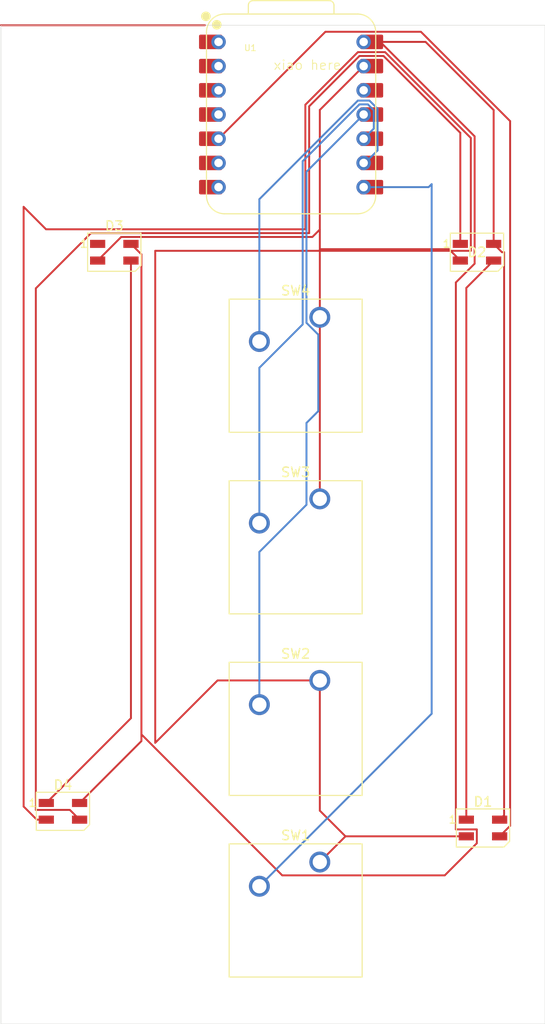
<source format=kicad_pcb>
(kicad_pcb (version 20241229) (generator "pcbnew") (generator_version "9.0")
  (layers (0 "F.Cu" signal) (2 "B.Cu" signal) (13 "F.Paste" user) (15 "B.Paste" user) (5 "F.SilkS" user "F.Silkscreen") (7 "B.SilkS" user "B.Silkscreen") (1 "F.Mask" user) (3 "B.Mask" user) (25 "Edge.Cuts" user))
  (net 0 "")
  (net 1 "GND")
  (net 2 "Net-(D1-DOUT)")
  (net 3 "Net-(D1-DIN)")
  (net 4 "+5V")
  (net 5 "Net-(D2-DOUT)")
  (net 7 "Net-(D3-DIN)")
  (net 8 "Net-(U1-GPIO1{slash}RX)")
  (net 9 "Net-(U1-GPIO3{slash}MOSI)")
  (net 10 "Net-(U1-GPIO4{slash}MISO)")
  (net 11 "Net-(U1-GPIO2{slash}SCK)")
  (footprint "Button_Switch_Keyboard:SW_Cherry_MX_1.00u_PCB" (layer "F.Cu") (at 152.55875 52.07)
    (property "Reference" "SW4" (at -2.54 -2.794 0) (layer "F.SilkS"))
    (property "Value" "SW_Push")
    (fp_line (start -9.525 -1.905) (end 4.445 -1.905) (stroke (width 0.12)) (layer "F.SilkS"))
    (fp_line (start -9.525 12.065) (end -9.525 -1.905) (stroke (width 0.12)) (layer "F.SilkS"))
    (fp_line (start 4.445 -1.905) (end 4.445 12.065) (stroke (width 0.12)) (layer "F.SilkS"))
    (fp_line (start 4.445 12.065) (end -9.525 12.065) (stroke (width 0.12)) (layer "F.SilkS"))
    (pad "" np_thru_hole circle (at -7.62 5.08) (size 1.7 1.7) (drill 1.7) (layers "*.Cu" "*.Mask"))
    (pad "" np_thru_hole circle (at -2.54 5.08) (size 4 4) (drill 4) (layers "*.Cu" "*.Mask"))
    (pad "" np_thru_hole circle (at 2.54 5.08) (size 1.7 1.7) (drill 1.7) (layers "*.Cu" "*.Mask"))
    (pad "1" thru_hole circle (at 0 0) (size 2.2 2.2) (drill 1.5) (layers "*.Cu" "*.Mask") (net 1 "GND"))
    (pad "2" thru_hole circle (at -6.35 2.54) (size 2.2 2.2) (drill 1.5) (layers "*.Cu" "*.Mask") (net 11 "Net-(U1-GPIO2{slash}SCK)"))
  )
  (footprint "Seeed Studio XIAO Series Library:XIAO-RP2040-DIP" (layer "F.Cu") (at 149.5425 30.7975)
    (property "Reference" "U1" (at -4.28625 -6.985 0) (layer "F.SilkS") (effects (font (size 0.635 0.635) (thickness 0.1016))))
    (property "Value" "XIAO-RP2040-DIP")
    (fp_line (start -8.89 8.509) (end -8.89 -8.636) (stroke (width 0.127)) (layer "F.SilkS"))
    (fp_line (start -6.985 10.414) (end 6.985 10.414) (stroke (width 0.127)) (layer "F.SilkS"))
    (fp_line (start -4.495 -10.541) (end -4.491272 -11.451272) (stroke (width 0.127)) (layer "F.SilkS"))
    (fp_line (start -3.991272 -11.951) (end 4.004 -11.951) (stroke (width 0.127)) (layer "F.SilkS"))
    (fp_line (start 4.504 -11.451) (end 4.504 -10.541) (stroke (width 0.127)) (layer "F.SilkS"))
    (fp_line (start 6.985 -10.541) (end -6.985 -10.541) (stroke (width 0.1)) (layer "F.SilkS"))
    (fp_line (start 6.985 -10.541) (end -6.985 -10.541) (stroke (width 0.127)) (layer "F.SilkS"))
    (fp_line (start 8.89 8.509) (end 8.89 -8.636) (stroke (width 0.127)) (layer "F.SilkS"))
    (fp_arc (start -8.89 -8.636) (mid -8.332038 -9.983038) (end -6.985 -10.541) (stroke (width 0.127)) (layer "F.SilkS"))
    (fp_arc (start -6.985 10.414) (mid -8.332038 9.856038) (end -8.89 8.509) (stroke (width 0.127)) (layer "F.SilkS"))
    (fp_arc (start -4.491272 -11.451272) (mid -4.344728 -11.80464) (end -3.991272 -11.951) (stroke (width 0.127)) (layer "F.SilkS"))
    (fp_arc (start 4.004 -11.951) (mid 4.357553 -11.804553) (end 4.504 -11.451) (stroke (width 0.127)) (layer "F.SilkS"))
    (fp_arc (start 6.985 -10.541) (mid 8.332038 -9.983038) (end 8.89 -8.636) (stroke (width 0.127)) (layer "F.SilkS"))
    (fp_arc (start 8.89 8.509) (mid 8.332038 9.856038) (end 6.985 10.414) (stroke (width 0.127)) (layer "F.SilkS"))
    (fp_circle (center -8.95 -10.3) (end -8.95 -10.554) (stroke (width 0.5)) (fill yes) (layer "F.SilkS"))
    (fp_circle (center -7.807 -9.42) (end -7.807 -9.674) (stroke (width 0.5)) (fill yes) (layer "F.SilkS"))
    (pad "1" smd roundrect (at -8.455 -7.62 180) (size 2.432 1.524) (layers "F.Cu" "F.Mask") (roundrect_rratio 0.1))
    (pad "1" thru_hole circle (at -7.62 -7.62 180) (size 1.524 1.524) (drill 0.889) (layers "*.Cu" "*.Mask"))
    (pad "2" smd roundrect (at -8.455 -5.08 180) (size 2.432 1.524) (layers "F.Cu" "F.Mask") (roundrect_rratio 0.1))
    (pad "2" thru_hole circle (at -7.62 -5.08 180) (size 1.524 1.524) (drill 0.889) (layers "*.Cu" "*.Mask"))
    (pad "3" smd roundrect (at -8.455 -2.54 180) (size 2.432 1.524) (layers "F.Cu" "F.Mask") (roundrect_rratio 0.1))
    (pad "3" thru_hole circle (at -7.62 -2.54 180) (size 1.524 1.524) (drill 0.889) (layers "*.Cu" "*.Mask"))
    (pad "4" smd roundrect (at -8.455 0 180) (size 2.432 1.524) (layers "F.Cu" "F.Mask") (roundrect_rratio 0.1))
    (pad "4" thru_hole circle (at -7.62 0 180) (size 1.524 1.524) (drill 0.889) (layers "*.Cu" "*.Mask"))
    (pad "5" smd roundrect (at -8.455 2.54 180) (size 2.432 1.524) (layers "F.Cu" "F.Mask") (roundrect_rratio 0.1) (net 3 "Net-(D1-DIN)"))
    (pad "5" thru_hole circle (at -7.62 2.54 180) (size 1.524 1.524) (drill 0.889) (layers "*.Cu" "*.Mask") (net 3 "Net-(D1-DIN)"))
    (pad "6" smd roundrect (at -8.455 5.08 180) (size 2.432 1.524) (layers "F.Cu" "F.Mask") (roundrect_rratio 0.1))
    (pad "6" thru_hole circle (at -7.62 5.08 180) (size 1.524 1.524) (drill 0.889) (layers "*.Cu" "*.Mask"))
    (pad "7" smd roundrect (at -8.455 7.62 180) (size 2.432 1.524) (layers "F.Cu" "F.Mask") (roundrect_rratio 0.1))
    (pad "7" thru_hole circle (at -7.62 7.62 180) (size 1.524 1.524) (drill 0.889) (layers "*.Cu" "*.Mask"))
    (pad "8" thru_hole circle (at 7.62 7.62) (size 1.524 1.524) (drill 0.889) (layers "*.Cu" "*.Mask") (net 8 "Net-(U1-GPIO1{slash}RX)"))
    (pad "8" smd roundrect (at 8.455 7.62) (size 2.432 1.524) (layers "F.Cu" "F.Mask") (roundrect_rratio 0.1) (net 8 "Net-(U1-GPIO1{slash}RX)"))
    (pad "9" thru_hole circle (at 7.62 5.08) (size 1.524 1.524) (drill 0.889) (layers "*.Cu" "*.Mask") (net 11 "Net-(U1-GPIO2{slash}SCK)"))
    (pad "9" smd roundrect (at 8.455 5.08) (size 2.432 1.524) (layers "F.Cu" "F.Mask") (roundrect_rratio 0.1) (net 11 "Net-(U1-GPIO2{slash}SCK)"))
    (pad "10" thru_hole circle (at 7.62 2.54) (size 1.524 1.524) (drill 0.889) (layers "*.Cu" "*.Mask") (net 10 "Net-(U1-GPIO4{slash}MISO)"))
    (pad "10" smd roundrect (at 8.455 2.54) (size 2.432 1.524) (layers "F.Cu" "F.Mask") (roundrect_rratio 0.1) (net 10 "Net-(U1-GPIO4{slash}MISO)"))
    (pad "11" thru_hole circle (at 7.62 0) (size 1.524 1.524) (drill 0.889) (layers "*.Cu" "*.Mask") (net 9 "Net-(U1-GPIO3{slash}MOSI)"))
    (pad "11" smd roundrect (at 8.455 0) (size 2.432 1.524) (layers "F.Cu" "F.Mask") (roundrect_rratio 0.1) (net 9 "Net-(U1-GPIO3{slash}MOSI)"))
    (pad "12" thru_hole circle (at 7.62 -2.54) (size 1.524 1.524) (drill 0.889) (layers "*.Cu" "*.Mask"))
    (pad "12" smd roundrect (at 8.455 -2.54) (size 2.432 1.524) (layers "F.Cu" "F.Mask") (roundrect_rratio 0.1))
    (pad "13" thru_hole circle (at 7.62 -5.08) (size 1.524 1.524) (drill 0.889) (layers "*.Cu" "*.Mask") (net 1 "GND"))
    (pad "13" smd roundrect (at 8.455 -5.08) (size 2.432 1.524) (layers "F.Cu" "F.Mask") (roundrect_rratio 0.1) (net 1 "GND"))
    (pad "14" thru_hole circle (at 7.62 -7.62) (size 1.524 1.524) (drill 0.889) (layers "*.Cu" "*.Mask") (net 4 "+5V"))
    (pad "14" smd roundrect (at 8.455 -7.62) (size 2.432 1.524) (layers "F.Cu" "F.Mask") (roundrect_rratio 0.1) (net 4 "+5V"))
  )
  (footprint "LED_SMD:LED_SK6812MINI_PLCC4_3.5x3.5mm_P1.75mm" (layer "F.Cu") (at 130.96875 45.24375)
    (property "Reference" "D3" (at 0 -2.75 0) (layer "F.SilkS"))
    (property "Value" "SK6812MINI")
    (fp_line (start -2.8 -2) (end -2.8 2) (stroke (width 0.12)) (layer "F.SilkS"))
    (fp_line (start -2.8 -2) (end 2.8 -2) (stroke (width 0.12)) (layer "F.SilkS"))
    (fp_line (start -2.8 2) (end 2.2 2) (stroke (width 0.12)) (layer "F.SilkS"))
    (fp_line (start 2.8 1.4) (end 2.2 2) (stroke (width 0.12)) (layer "F.SilkS"))
    (fp_line (start 2.8 1.4) (end 2.8 -2) (stroke (width 0.12)) (layer "F.SilkS"))
    (fp_text user "1" (at -3.2 -0.875 0) (layer "F.SilkS") (effects (font (size 0.8 0.8))))
    (pad "1" smd rect (at -1.75 -0.875) (size 1.6 0.85) (layers "F.Cu" "F.Mask" "F.Paste"))
    (pad "2" smd rect (at -1.75 0.875) (size 1.6 0.85) (layers "F.Cu" "F.Mask" "F.Paste") (net 1 "GND"))
    (pad "3" smd rect (at 1.75 0.875) (size 1.6 0.85) (layers "F.Cu" "F.Mask" "F.Paste") (net 7 "Net-(D3-DIN)"))
    (pad "4" smd rect (at 1.75 -0.875) (size 1.6 0.85) (layers "F.Cu" "F.Mask" "F.Paste") (net 4 "+5V"))
  )
  (footprint "Button_Switch_Keyboard:SW_Cherry_MX_1.00u_PCB" (layer "F.Cu") (at 152.55875 71.12)
    (property "Reference" "SW3" (at -2.54 -2.794 0) (layer "F.SilkS"))
    (property "Value" "SW_Push")
    (fp_line (start -9.525 -1.905) (end 4.445 -1.905) (stroke (width 0.12)) (layer "F.SilkS"))
    (fp_line (start -9.525 12.065) (end -9.525 -1.905) (stroke (width 0.12)) (layer "F.SilkS"))
    (fp_line (start 4.445 -1.905) (end 4.445 12.065) (stroke (width 0.12)) (layer "F.SilkS"))
    (fp_line (start 4.445 12.065) (end -9.525 12.065) (stroke (width 0.12)) (layer "F.SilkS"))
    (pad "" np_thru_hole circle (at -7.62 5.08) (size 1.7 1.7) (drill 1.7) (layers "*.Cu" "*.Mask"))
    (pad "" np_thru_hole circle (at -2.54 5.08) (size 4 4) (drill 4) (layers "*.Cu" "*.Mask"))
    (pad "" np_thru_hole circle (at 2.54 5.08) (size 1.7 1.7) (drill 1.7) (layers "*.Cu" "*.Mask"))
    (pad "1" thru_hole circle (at 0 0) (size 2.2 2.2) (drill 1.5) (layers "*.Cu" "*.Mask") (net 1 "GND"))
    (pad "2" thru_hole circle (at -6.35 2.54) (size 2.2 2.2) (drill 1.5) (layers "*.Cu" "*.Mask") (net 10 "Net-(U1-GPIO4{slash}MISO)"))
  )
  (footprint "Button_Switch_Keyboard:SW_Cherry_MX_1.00u_PCB" (layer "F.Cu") (at 152.55875 90.17)
    (property "Reference" "SW2" (at -2.54 -2.794 0) (layer "F.SilkS"))
    (property "Value" "SW_Push")
    (fp_line (start -9.525 -1.905) (end 4.445 -1.905) (stroke (width 0.12)) (layer "F.SilkS"))
    (fp_line (start -9.525 12.065) (end -9.525 -1.905) (stroke (width 0.12)) (layer "F.SilkS"))
    (fp_line (start 4.445 -1.905) (end 4.445 12.065) (stroke (width 0.12)) (layer "F.SilkS"))
    (fp_line (start 4.445 12.065) (end -9.525 12.065) (stroke (width 0.12)) (layer "F.SilkS"))
    (pad "" np_thru_hole circle (at -7.62 5.08) (size 1.7 1.7) (drill 1.7) (layers "*.Cu" "*.Mask"))
    (pad "" np_thru_hole circle (at -2.54 5.08) (size 4 4) (drill 4) (layers "*.Cu" "*.Mask"))
    (pad "" np_thru_hole circle (at 2.54 5.08) (size 1.7 1.7) (drill 1.7) (layers "*.Cu" "*.Mask"))
    (pad "1" thru_hole circle (at 0 0) (size 2.2 2.2) (drill 1.5) (layers "*.Cu" "*.Mask") (net 1 "GND"))
    (pad "2" thru_hole circle (at -6.35 2.54) (size 2.2 2.2) (drill 1.5) (layers "*.Cu" "*.Mask") (net 9 "Net-(U1-GPIO3{slash}MOSI)"))
  )
  (footprint "Button_Switch_Keyboard:SW_Cherry_MX_1.00u_PCB" (layer "F.Cu") (at 152.55875 109.22)
    (property "Reference" "SW1" (at -2.54 -2.794 0) (layer "F.SilkS"))
    (property "Value" "SW_Push")
    (fp_line (start -9.525 -1.905) (end 4.445 -1.905) (stroke (width 0.12)) (layer "F.SilkS"))
    (fp_line (start -9.525 12.065) (end -9.525 -1.905) (stroke (width 0.12)) (layer "F.SilkS"))
    (fp_line (start 4.445 -1.905) (end 4.445 12.065) (stroke (width 0.12)) (layer "F.SilkS"))
    (fp_line (start 4.445 12.065) (end -9.525 12.065) (stroke (width 0.12)) (layer "F.SilkS"))
    (pad "" np_thru_hole circle (at -7.62 5.08) (size 1.7 1.7) (drill 1.7) (layers "*.Cu" "*.Mask"))
    (pad "" np_thru_hole circle (at -2.54 5.08) (size 4 4) (drill 4) (layers "*.Cu" "*.Mask"))
    (pad "" np_thru_hole circle (at 2.54 5.08) (size 1.7 1.7) (drill 1.7) (layers "*.Cu" "*.Mask"))
    (pad "1" thru_hole circle (at 0 0) (size 2.2 2.2) (drill 1.5) (layers "*.Cu" "*.Mask") (net 1 "GND"))
    (pad "2" thru_hole circle (at -6.35 2.54) (size 2.2 2.2) (drill 1.5) (layers "*.Cu" "*.Mask") (net 8 "Net-(U1-GPIO1{slash}RX)"))
  )
  (footprint "LED_SMD:LED_SK6812MINI_PLCC4_3.5x3.5mm_P1.75mm" (layer "F.Cu") (at 169.7 105.65)
    (property "Reference" "D1" (at 0 -2.75 0) (layer "F.SilkS"))
    (property "Value" "SK6812MINI")
    (fp_line (start -2.8 -2) (end -2.8 2) (stroke (width 0.12)) (layer "F.SilkS"))
    (fp_line (start -2.8 -2) (end 2.8 -2) (stroke (width 0.12)) (layer "F.SilkS"))
    (fp_line (start -2.8 2) (end 2.2 2) (stroke (width 0.12)) (layer "F.SilkS"))
    (fp_line (start 2.8 1.4) (end 2.2 2) (stroke (width 0.12)) (layer "F.SilkS"))
    (fp_line (start 2.8 1.4) (end 2.8 -2) (stroke (width 0.12)) (layer "F.SilkS"))
    (fp_text user "1" (at -3.2 -0.875 0) (layer "F.SilkS") (effects (font (size 0.8 0.8))))
    (pad "1" smd rect (at -1.75 -0.875) (size 1.6 0.85) (layers "F.Cu" "F.Mask" "F.Paste") (net 2 "Net-(D1-DOUT)"))
    (pad "2" smd rect (at -1.75 0.875) (size 1.6 0.85) (layers "F.Cu" "F.Mask" "F.Paste") (net 1 "GND"))
    (pad "3" smd rect (at 1.75 0.875) (size 1.6 0.85) (layers "F.Cu" "F.Mask" "F.Paste") (net 3 "Net-(D1-DIN)"))
    (pad "4" smd rect (at 1.75 -0.875) (size 1.6 0.85) (layers "F.Cu" "F.Mask" "F.Paste") (net 4 "+5V"))
  )
  (footprint "LED_SMD:LED_SK6812MINI_PLCC4_3.5x3.5mm_P1.75mm" (layer "F.Cu") (at 125.575 103.9)
    (property "Reference" "D4" (at 0 -2.75 0) (layer "F.SilkS"))
    (property "Value" "SK6812MINI")
    (fp_line (start -2.8 -2) (end -2.8 2) (stroke (width 0.12)) (layer "F.SilkS"))
    (fp_line (start -2.8 -2) (end 2.8 -2) (stroke (width 0.12)) (layer "F.SilkS"))
    (fp_line (start -2.8 2) (end 2.2 2) (stroke (width 0.12)) (layer "F.SilkS"))
    (fp_line (start 2.8 1.4) (end 2.2 2) (stroke (width 0.12)) (layer "F.SilkS"))
    (fp_line (start 2.8 1.4) (end 2.8 -2) (stroke (width 0.12)) (layer "F.SilkS"))
    (fp_text user "1" (at -3.2 -0.875 0) (layer "F.SilkS") (effects (font (size 0.8 0.8))))
    (pad "1" smd rect (at -1.75 -0.875) (size 1.6 0.85) (layers "F.Cu" "F.Mask" "F.Paste") (net 7 "Net-(D3-DIN)"))
    (pad "2" smd rect (at -1.75 0.875) (size 1.6 0.85) (layers "F.Cu" "F.Mask" "F.Paste") (net 1 "GND"))
    (pad "3" smd rect (at 1.75 0.875) (size 1.6 0.85) (layers "F.Cu" "F.Mask" "F.Paste") (net 5 "Net-(D2-DOUT)"))
    (pad "4" smd rect (at 1.75 -0.875) (size 1.6 0.85) (layers "F.Cu" "F.Mask" "F.Paste") (net 4 "+5V"))
  )
  (footprint "LED_SMD:LED_SK6812MINI_PLCC4_3.5x3.5mm_P1.75mm" (layer "F.Cu") (at 169.06875 45.24375)
    (property "Reference" "D2" (at 0 0 0) (layer "F.SilkS"))
    (property "Value" "SK6812MINI")
    (fp_line (start -2.8 -2) (end -2.8 2) (stroke (width 0.12)) (layer "F.SilkS"))
    (fp_line (start -2.8 -2) (end 2.8 -2) (stroke (width 0.12)) (layer "F.SilkS"))
    (fp_line (start -2.8 2) (end 2.2 2) (stroke (width 0.12)) (layer "F.SilkS"))
    (fp_line (start 2.8 1.4) (end 2.2 2) (stroke (width 0.12)) (layer "F.SilkS"))
    (fp_line (start 2.8 1.4) (end 2.8 -2) (stroke (width 0.12)) (layer "F.SilkS"))
    (fp_text user "1" (at -3.2 -0.875 0) (layer "F.SilkS") (effects (font (size 0.8 0.8))))
    (pad "1" smd rect (at -1.75 -0.875) (size 1.6 0.85) (layers "F.Cu" "F.Mask" "F.Paste") (net 5 "Net-(D2-DOUT)"))
    (pad "2" smd rect (at -1.75 0.875) (size 1.6 0.85) (layers "F.Cu" "F.Mask" "F.Paste") (net 1 "GND"))
    (pad "3" smd rect (at 1.75 0.875) (size 1.6 0.85) (layers "F.Cu" "F.Mask" "F.Paste") (net 2 "Net-(D1-DOUT)"))
    (pad "4" smd rect (at 1.75 -0.875) (size 1.6 0.85) (layers "F.Cu" "F.Mask" "F.Paste") (net 4 "+5V"))
  )
  (gr_line (start 119.0625 21.43125) (end 140.49375 21.43125) (stroke (width 0.2)) (layer "F.Cu"))
  (gr_rect (start 119.0625 21.43125) (end 176.2125 126.20625) (stroke (width 0.05)) (fill no) (layer "Edge.Cuts"))
  (gr_text "xiao here" (at 147.6375 26.19375 0) (layer "F.SilkS") (effects (font (size 1 1) (thickness 0.1)) (justify left bottom)))
  (segment (start 152.55875 103.83) (end 155.25375 106.525) (width 0.2) (layer "F.Cu") (net 1))
  (segment (start 152.55875 71.12) (end 152.55875 52.07) (width 0.2) (layer "F.Cu") (net 1))
  (segment (start 152.87625 89.8525) (end 152.55875 90.17) (width 0.2) (layer "F.Cu") (net 1))
  (segment (start 152.55875 52.22875) (end 152.55875 44.92625) (width 0.2) (layer "F.Cu") (net 1))
  (segment (start 152.55875 30.32125) (end 157.1625 25.7175) (width 0.2) (layer "F.Cu") (net 1))
  (segment (start 131.69475 43.64275) (end 151.7785 43.64275) (width 0.2) (layer "F.Cu") (net 1))
  (segment (start 159.419226 24.2535) (end 156.55609 24.2535) (width 0.2) (layer "F.Cu") (net 1))
  (segment (start 123.80325 42.84075) (end 121.44375 40.48125) (width 0.2) (layer "F.Cu") (net 1))
  (segment (start 155.25375 106.525) (end 152.55875 109.22) (width 0.2) (layer "F.Cu") (net 1))
  (segment (start 129.21875 46.11875) (end 131.69475 43.64275) (width 0.2) (layer "F.Cu") (net 1))
  (segment (start 151.04035 42.84075) (end 150.01875 42.84075) (width 0.2) (layer "F.Cu") (net 1))
  (segment (start 141.8149 90.17) (end 135.27175 96.71315) (width 0.2) (layer "F.Cu") (net 1))
  (segment (start 166.12625 44.92625) (end 167.31875 46.11875) (width 0.2) (layer "F.Cu") (net 1))
  (segment (start 121.44375 103.39375) (end 122.825 104.775) (width 0.2) (layer "F.Cu") (net 1))
  (segment (start 151.7785 43.64275) (end 152.55875 42.8625) (width 0.2) (layer "F.Cu") (net 1))
  (segment (start 156.55609 24.2535) (end 151.04035 29.76924) (width 0.2) (layer "F.Cu") (net 1))
  (segment (start 167.95 106.525) (end 155.25375 106.525) (width 0.2) (layer "F.Cu") (net 1))
  (segment (start 168.41975 33.254024) (end 159.419226 24.2535) (width 0.2) (layer "F.Cu") (net 1))
  (segment (start 150.01875 42.84075) (end 123.80325 42.84075) (width 0.2) (layer "F.Cu") (net 1))
  (segment (start 168.41975 45.09475) (end 168.41975 33.254024) (width 0.2) (layer "F.Cu") (net 1))
  (segment (start 121.44375 40.48125) (end 121.44375 103.39375) (width 0.2) (layer "F.Cu") (net 1))
  (segment (start 135.27175 45.09475) (end 168.41975 45.09475) (width 0.2) (layer "F.Cu") (net 1))
  (segment (start 152.87625 70.8025) (end 152.55875 71.12) (width 0.2) (layer "F.Cu") (net 1))
  (segment (start 151.04035 29.76924) (end 151.04035 42.84075) (width 0.2) (layer "F.Cu") (net 1))
  (segment (start 152.55875 52.07) (end 152.55875 52.22875) (width 0.2) (layer "F.Cu") (net 1))
  (segment (start 122.825 104.775) (end 123.825 104.775) (width 0.2) (layer "F.Cu") (net 1))
  (segment (start 152.55875 52.22875) (end 152.4 52.3875) (width 0.2) (layer "F.Cu") (net 1))
  (segment (start 152.55875 90.17) (end 152.55875 103.83) (width 0.2) (layer "F.Cu") (net 1))
  (segment (start 152.55875 44.92625) (end 166.12625 44.92625) (width 0.2) (layer "F.Cu") (net 1))
  (segment (start 152.55875 90.17) (end 141.8149 90.17) (width 0.2) (layer "F.Cu") (net 1))
  (segment (start 152.55875 42.8625) (end 152.55875 30.32125) (width 0.2) (layer "F.Cu") (net 1))
  (segment (start 152.55875 44.92625) (end 152.55875 42.8625) (width 0.2) (layer "F.Cu") (net 1))
  (segment (start 135.27175 96.71315) (end 135.27175 45.09475) (width 0.2) (layer "F.Cu") (net 1))
  (segment (start 167.95 48.9875) (end 167.95 104.775) (width 0.2) (layer "F.Cu") (net 2))
  (segment (start 170.81875 46.11875) (end 167.95 48.9875) (width 0.2) (layer "F.Cu") (net 2))
  (segment (start 171.45 106.525) (end 172.551 105.424) (width 0.2) (layer "F.Cu") (net 3))
  (segment (start 172.551 31.49015) (end 163.17535 22.1145) (width 0.2) (layer "F.Cu") (net 3))
  (segment (start 172.551 105.424) (end 172.551 31.49015) (width 0.2) (layer "F.Cu") (net 3))
  (segment (start 163.17535 22.1145) (end 153.1455 22.1145) (width 0.2) (layer "F.Cu") (net 3))
  (segment (start 153.1455 22.1145) (end 141.9225 33.3375) (width 0.2) (layer "F.Cu") (net 3))
  (segment (start 133.81975 45.46975) (end 133.81975 96.53025) (width 0.2) (layer "F.Cu") (net 4))
  (segment (start 168.82075 33.087924) (end 168.82075 46.44375) (width 0.2) (layer "F.Cu") (net 4))
  (segment (start 157.1625 23.1775) (end 158.910326 23.1775) (width 0.2) (layer "F.Cu") (net 4))
  (segment (start 170.81875 44.36875) (end 171.69375 45.24375) (width 0.2) (layer "F.Cu") (net 4))
  (segment (start 171.69375 45.24375) (end 171.91975 45.24375) (width 0.2) (layer "F.Cu") (net 4))
  (segment (start 171.45 104.775) (end 171.91975 104.30525) (width 0.2) (layer "F.Cu") (net 4))
  (segment (start 158.910326 23.1775) (end 168.82075 33.087924) (width 0.2) (layer "F.Cu") (net 4))
  (segment (start 170.81875 30.325) (end 163.67125 23.1775) (width 0.2) (layer "F.Cu") (net 4))
  (segment (start 169.051 105.799) (end 169.051 107.251) (width 0.2) (layer "F.Cu") (net 4))
  (segment (start 133.81975 45.46975) (end 132.71875 44.36875) (width 0.2) (layer "F.Cu") (net 4))
  (segment (start 133.81975 96.53025) (end 127.325 103.025) (width 0.2) (layer "F.Cu") (net 4))
  (segment (start 148.6125 110.621) (end 133.81975 95.82825) (width 0.2) (layer "F.Cu") (net 4))
  (segment (start 171.91975 104.30525) (end 171.91975 45.24375) (width 0.2) (layer "F.Cu") (net 4))
  (segment (start 170.81875 44.36875) (end 170.81875 30.325) (width 0.2) (layer "F.Cu") (net 4))
  (segment (start 163.67125 23.1775) (end 157.1625 23.1775) (width 0.2) (layer "F.Cu") (net 4))
  (segment (start 169.051 107.251) (end 165.681 110.621) (width 0.2) (layer "F.Cu") (net 4))
  (segment (start 168.82075 46.44375) (end 166.849 48.4155) (width 0.2) (layer "F.Cu") (net 4))
  (segment (start 133.81975 95.82825) (end 133.81975 45.46975) (width 0.2) (layer "F.Cu") (net 4))
  (segment (start 166.849 105.799) (end 169.051 105.799) (width 0.2) (layer "F.Cu") (net 4))
  (segment (start 166.849 48.4155) (end 166.849 105.799) (width 0.2) (layer "F.Cu") (net 4))
  (segment (start 165.681 110.621) (end 148.6125 110.621) (width 0.2) (layer "F.Cu") (net 4))
  (segment (start 151.44135 43.24175) (end 151.44135 29.93534) (width 0.2) (layer "F.Cu") (net 5))
  (segment (start 151.44135 29.93534) (end 156.72219 24.6545) (width 0.2) (layer "F.Cu") (net 5))
  (segment (start 122.724 49.0365) (end 128.51875 43.24175) (width 0.2) (layer "F.Cu") (net 5))
  (segment (start 127.325 104.775) (end 126.301 103.751) (width 0.2) (layer "F.Cu") (net 5))
  (segment (start 126.301 103.751) (end 122.724 103.751) (width 0.2) (layer "F.Cu") (net 5))
  (segment (start 122.724 103.751) (end 122.724 49.0365) (width 0.2) (layer "F.Cu") (net 5))
  (segment (start 156.72219 24.6545) (end 159.253126 24.6545) (width 0.2) (layer "F.Cu") (net 5))
  (segment (start 159.253126 24.6545) (end 167.31875 32.720124) (width 0.2) (layer "F.Cu") (net 5))
  (segment (start 167.31875 32.720124) (end 167.31875 44.36875) (width 0.2) (layer "F.Cu") (net 5))
  (segment (start 128.51875 43.24175) (end 151.44135 43.24175) (width 0.2) (layer "F.Cu") (net 5))
  (segment (start 132.71875 46.11875) (end 132.71875 94.13125) (width 0.2) (layer "F.Cu") (net 7))
  (segment (start 132.71875 94.13125) (end 123.825 103.025) (width 0.2) (layer "F.Cu") (net 7))
  (segment (start 164.30625 38.1) (end 163.98875 38.4175) (width 0.2) (layer "B.Cu") (net 8))
  (segment (start 163.98875 38.4175) (end 157.1625 38.4175) (width 0.2) (layer "B.Cu") (net 8))
  (segment (start 164.30625 93.6625) (end 164.30625 38.1) (width 0.2) (layer "B.Cu") (net 8))
  (segment (start 146.20875 111.76) (end 164.30625 93.6625) (width 0.2) (layer "B.Cu") (net 8))
  (segment (start 151.15775 36.80225) (end 157.1625 30.7975) (width 0.2) (layer "B.Cu") (net 9))
  (segment (start 151.15775 52.650314) (end 151.15775 36.80225) (width 0.2) (layer "B.Cu") (net 9))
  (segment (start 146.20875 76.685184) (end 151.15775 71.736184) (width 0.2) (layer "B.Cu") (net 9))
  (segment (start 152.4 53.892564) (end 151.15775 52.650314) (width 0.2) (layer "B.Cu") (net 9))
  (segment (start 146.20875 92.71) (end 146.20875 76.685184) (width 0.2) (layer "B.Cu") (net 9))
  (segment (start 152.4 61.9125) (end 152.4 53.892564) (width 0.2) (layer "B.Cu") (net 9))
  (segment (start 151.15775 63.15475) (end 152.4 61.9125) (width 0.2) (layer "B.Cu") (net 9))
  (segment (start 151.15775 71.736184) (end 151.15775 63.15475) (width 0.2) (layer "B.Cu") (net 9))
  (segment (start 158.2255 32.2745) (end 157.1625 33.3375) (width 0.2) (layer "B.Cu") (net 10))
  (segment (start 157.60281 29.7345) (end 158.2255 30.35719) (width 0.2) (layer "B.Cu") (net 10))
  (segment (start 146.20875 57.364414) (end 150.75675 52.816414) (width 0.2) (layer "B.Cu") (net 10))
  (segment (start 150.75675 35.69994) (end 156.72219 29.7345) (width 0.2) (layer "B.Cu") (net 10))
  (segment (start 158.2255 30.35719) (end 158.2255 32.2745) (width 0.2) (layer "B.Cu") (net 10))
  (segment (start 150.75675 52.816414) (end 150.75675 35.69994) (width 0.2) (layer "B.Cu") (net 10))
  (segment (start 146.20875 73.66) (end 146.20875 57.364414) (width 0.2) (layer "B.Cu") (net 10))
  (segment (start 156.72219 29.7345) (end 157.60281 29.7345) (width 0.2) (layer "B.Cu") (net 10))
  (segment (start 157.3156 35.8775) (end 158.6265 34.5666) (width 0.2) (layer "B.Cu") (net 11))
  (segment (start 146.20875 39.68084) (end 146.20875 54.61) (width 0.2) (layer "B.Cu") (net 11))
  (segment (start 158.6265 30.19109) (end 157.76891 29.3335) (width 0.2) (layer "B.Cu") (net 11))
  (segment (start 157.1625 35.8775) (end 157.3156 35.8775) (width 0.2) (layer "B.Cu") (net 11))
  (segment (start 157.76891 29.3335) (end 156.55609 29.3335) (width 0.2) (layer "B.Cu") (net 11))
  (segment (start 158.6265 34.5666) (end 158.6265 30.19109) (width 0.2) (layer "B.Cu") (net 11))
  (segment (start 157.1625 36.5125) (end 157.1625 35.8775) (width 0.2) (layer "B.Cu") (net 11))
  (segment (start 156.55609 29.3335) (end 146.20875 39.68084) (width 0.2) (layer "B.Cu") (net 11))
)
</source>
